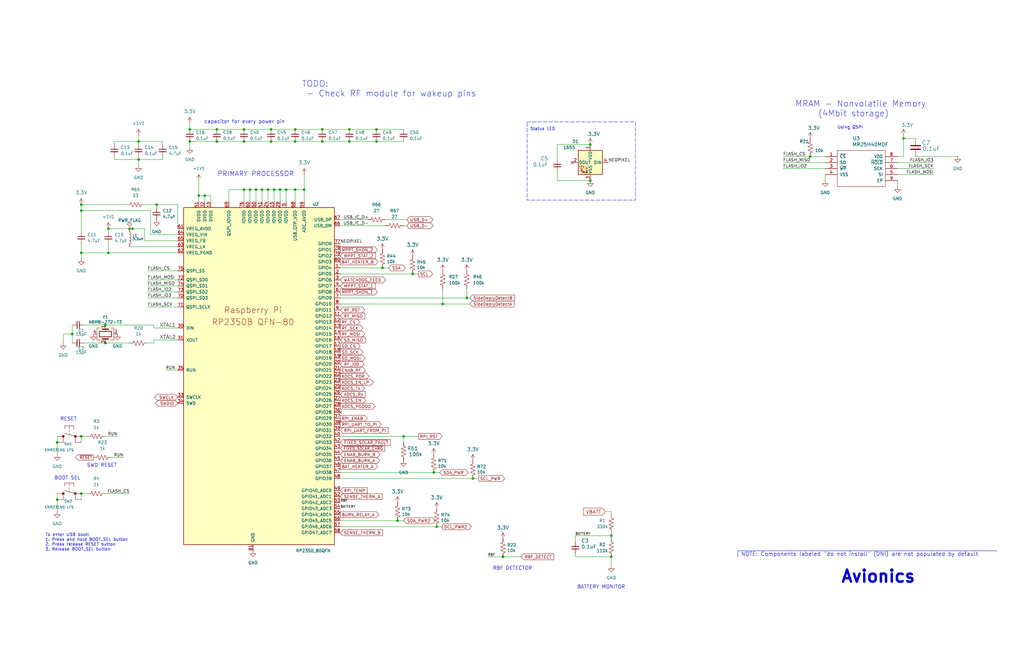
<source format=kicad_sch>
(kicad_sch (version 20231120) (generator "eeschema") (generator_version "8.0")
  (paper "USLedger")
  (title_block (title "PyCubed Mainboard") (date "2024-11-05") (rev "TBD") (company "Stanford Student Space Initiative") (comment 1 "Ethan Brinser"))
  (junction (at 34.29 208.28))
  (junction (at 124.46 59.69))
  (junction (at 186.69 128.27))
  (junction (at 45.72 96.52))
  (junction (at 34.29 88.9))
  (junction (at 114.3 54.61))
  (junction (at 58.42 67.31))
  (junction (at 199.39 201.93))
  (junction (at 248.92 76.2))
  (junction (at 24.13 186.69))
  (junction (at 34.29 106.68))
  (junction (at 80.01 54.61))
  (junction (at 147.32 59.69))
  (junction (at 120.65 80.01))
  (junction (at 128.27 80.01))
  (junction (at 173.99 115.57))
  (junction (at 381 58.42))
  (junction (at 105.41 80.01))
  (junction (at 91.44 59.69))
  (junction (at 341.63 66.04))
  (junction (at 44.45 137.16))
  (junction (at 167.64 219.71))
  (junction (at 102.87 80.01))
  (junction (at 158.75 54.61))
  (junction (at 86.36 82.55))
  (junction (at 248.92 60.96))
  (junction (at 184.15 222.25))
  (junction (at 257.81 234.95))
  (junction (at 66.04 86.36))
  (junction (at 34.29 184.15))
  (junction (at 54.61 96.52))
  (junction (at 102.87 59.69))
  (junction (at 170.18 184.15))
  (junction (at 102.87 54.61))
  (junction (at 83.82 82.55))
  (junction (at 44.45 144.78))
  (junction (at 257.81 226.06))
  (junction (at 147.32 54.61))
  (junction (at 115.57 80.01))
  (junction (at 58.42 59.69))
  (junction (at 107.95 80.01))
  (junction (at 124.46 54.61))
  (junction (at 34.29 86.36))
  (junction (at 91.44 54.61))
  (junction (at 24.13 210.82))
  (junction (at 182.88 199.39))
  (junction (at 158.75 59.69))
  (junction (at 212.09 234.95))
  (junction (at 118.11 80.01))
  (junction (at 135.89 54.61))
  (junction (at 114.3 59.69))
  (junction (at 110.49 80.01))
  (junction (at 45.72 106.68))
  (junction (at 196.85 125.73))
  (junction (at 113.03 80.01))
  (junction (at 80.01 59.69))
  (junction (at 30.48 140.97))
  (junction (at 135.89 59.69))
  (junction (at 161.29 113.03))
  (junction (at 124.46 80.01))
  (no_connect (at 241.3 68.58))
  (no_connect (at 143.51 173.99))
  (wire (pts (xy 74.93 138.43) (xy 64.77 138.43)))
  (wire (pts (xy 143.51 201.93) (xy 199.39 201.93)))
  (wire (pts (xy 54.61 104.14) (xy 74.93 104.14)))
  (wire (pts (xy 83.82 82.55) (xy 83.82 85.09)))
  (wire (pts (xy 135.89 54.61) (xy 147.32 54.61)))
  (wire (pts (xy 74.93 101.6) (xy 60.96 101.6)))
  (wire (pts (xy 24.13 210.82) (xy 24.13 215.9)))
  (wire (pts (xy 91.44 54.61) (xy 102.87 54.61)))
  (wire (pts (xy 48.26 67.31) (xy 58.42 67.31)))
  (wire (pts (xy 378.46 71.12) (xy 393.7 71.12)))
  (polyline (pts (xy 311.15 234.95) (xy 311.15 232.41)))
  (wire (pts (xy 34.29 210.82) (xy 34.29 208.28)))
  (wire (pts (xy 34.29 88.9) (xy 34.29 97.79)))
  (wire (pts (xy 257.81 234.95) (xy 257.81 238.76)))
  (wire (pts (xy 386.08 66.04) (xy 403.86 66.04)))
  (wire (pts (xy 62.23 123.19) (xy 74.93 123.19)))
  (wire (pts (xy 58.42 67.31) (xy 68.58 67.31)))
  (wire (pts (xy 45.72 102.87) (xy 45.72 106.68)))
  (wire (pts (xy 257.81 226.06) (xy 242.57 226.06)))
  (wire (pts (xy 381 66.04) (xy 381 58.42)))
  (wire (pts (xy 96.52 85.09) (xy 96.52 80.01)))
  (wire (pts (xy 35.56 144.78) (xy 44.45 144.78)))
  (wire (pts (xy 64.77 143.51) (xy 64.77 144.78)))
  (wire (pts (xy 143.51 113.03) (xy 161.29 113.03)))
  (wire (pts (xy 378.46 66.04) (xy 381 66.04)))
  (wire (pts (xy 80.01 54.61) (xy 91.44 54.61)))
  (wire (pts (xy 234.95 76.2) (xy 248.92 76.2)))
  (wire (pts (xy 154.94 92.71) (xy 143.51 92.71)))
  (wire (pts (xy 118.11 80.01) (xy 120.65 80.01)))
  (wire (pts (xy 80.01 52.07) (xy 80.01 54.61)))
  (wire (pts (xy 74.93 99.06) (xy 63.5 99.06)))
  (wire (pts (xy 205.74 234.95) (xy 212.09 234.95)))
  (wire (pts (xy 58.42 57.15) (xy 58.42 59.69)))
  (wire (pts (xy 53.34 86.36) (xy 34.29 86.36)))
  (wire (pts (xy 143.51 199.39) (xy 182.88 199.39)))
  (wire (pts (xy 45.72 96.52) (xy 54.61 96.52)))
  (wire (pts (xy 30.48 137.16) (xy 30.48 140.97)))
  (wire (pts (xy 44.45 184.15) (xy 49.53 184.15)))
  (wire (pts (xy 171.45 95.25) (xy 170.18 95.25)))
  (wire (pts (xy 118.11 80.01) (xy 118.11 85.09)))
  (wire (pts (xy 88.9 82.55) (xy 86.36 82.55)))
  (wire (pts (xy 257.81 226.06) (xy 257.81 227.33)))
  (wire (pts (xy 88.9 85.09) (xy 88.9 82.55)))
  (wire (pts (xy 185.42 199.39) (xy 182.88 199.39)))
  (wire (pts (xy 60.96 101.6) (xy 60.96 96.52)))
  (wire (pts (xy 62.23 114.3) (xy 74.93 114.3)))
  (wire (pts (xy 26.67 140.97) (xy 30.48 140.97)))
  (wire (pts (xy 170.18 184.15) (xy 170.18 186.69)))
  (wire (pts (xy 120.65 80.01) (xy 124.46 80.01)))
  (wire (pts (xy 48.26 60.96) (xy 48.26 59.69)))
  (wire (pts (xy 105.41 80.01) (xy 105.41 85.09)))
  (wire (pts (xy 124.46 54.61) (xy 135.89 54.61)))
  (wire (pts (xy 128.27 80.01) (xy 128.27 85.09)))
  (wire (pts (xy 102.87 54.61) (xy 114.3 54.61)))
  (wire (pts (xy 234.95 60.96) (xy 234.95 67.31)))
  (wire (pts (xy 45.72 106.68) (xy 74.93 106.68)))
  (wire (pts (xy 163.83 113.03) (xy 161.29 113.03)))
  (wire (pts (xy 330.2 68.58) (xy 347.98 68.58)))
  (wire (pts (xy 170.18 219.71) (xy 167.64 219.71)))
  (wire (pts (xy 58.42 67.31) (xy 58.42 69.85)))
  (wire (pts (xy 212.09 234.95) (xy 219.71 234.95)))
  (wire (pts (xy 63.5 88.9) (xy 34.29 88.9)))
  (wire (pts (xy 80.01 59.69) (xy 80.01 62.23)))
  (wire (pts (xy 115.57 80.01) (xy 118.11 80.01)))
  (wire (pts (xy 58.42 59.69) (xy 58.42 60.96)))
  (wire (pts (xy 74.93 86.36) (xy 66.04 86.36)))
  (wire (pts (xy 62.23 144.78) (xy 64.77 144.78)))
  (wire (pts (xy 124.46 80.01) (xy 124.46 85.09)))
  (wire (pts (xy 62.23 125.73) (xy 74.93 125.73)))
  (wire (pts (xy 347.98 73.66) (xy 347.98 76.2)))
  (wire (pts (xy 120.65 80.01) (xy 120.65 85.09)))
  (wire (pts (xy 26.67 144.78) (xy 26.67 140.97)))
  (wire (pts (xy 186.69 128.27) (xy 198.12 128.27)))
  (wire (pts (xy 242.57 233.68) (xy 242.57 234.95)))
  (wire (pts (xy 128.27 80.01) (xy 128.27 73.66)))
  (wire (pts (xy 30.48 140.97) (xy 30.48 144.78)))
  (wire (pts (xy 257.81 224.79) (xy 257.81 226.06)))
  (wire (pts (xy 147.32 54.61) (xy 158.75 54.61)))
  (wire (pts (xy 113.03 80.01) (xy 113.03 85.09)))
  (wire (pts (xy 115.57 80.01) (xy 115.57 85.09)))
  (wire (pts (xy 176.53 115.57) (xy 173.99 115.57)))
  (wire (pts (xy 44.45 208.28) (xy 54.61 208.28)))
  (wire (pts (xy 91.44 59.69) (xy 102.87 59.69)))
  (wire (pts (xy 234.95 60.96) (xy 248.92 60.96)))
  (wire (pts (xy 242.57 228.6) (xy 242.57 226.06)))
  (wire (pts (xy 107.95 80.01) (xy 107.95 85.09)))
  (wire (pts (xy 69.85 156.21) (xy 74.93 156.21)))
  (wire (pts (xy 110.49 80.01) (xy 110.49 85.09)))
  (wire (pts (xy 135.89 59.69) (xy 147.32 59.69)))
  (wire (pts (xy 96.52 80.01) (xy 102.87 80.01)))
  (wire (pts (xy 80.01 59.69) (xy 91.44 59.69)))
  (wire (pts (xy 386.08 58.42) (xy 381 58.42)))
  (wire (pts (xy 162.56 95.25) (xy 143.51 95.25)))
  (wire (pts (xy 124.46 59.69) (xy 135.89 59.69)))
  (wire (pts (xy 330.2 71.12) (xy 347.98 71.12)))
  (wire (pts (xy 34.29 106.68) (xy 34.29 109.22)))
  (wire (pts (xy 114.3 54.61) (xy 124.46 54.61)))
  (wire (pts (xy 158.75 59.69) (xy 170.18 59.69)))
  (wire (pts (xy 58.42 59.69) (xy 68.58 59.69)))
  (wire (pts (xy 74.93 143.51) (xy 64.77 143.51)))
  (wire (pts (xy 378.46 73.66) (xy 393.7 73.66)))
  (wire (pts (xy 105.41 80.01) (xy 107.95 80.01)))
  (wire (pts (xy 102.87 85.09) (xy 102.87 80.01)))
  (wire (pts (xy 45.72 96.52) (xy 45.72 97.79)))
  (wire (pts (xy 86.36 85.09) (xy 86.36 82.55)))
  (wire (pts (xy 114.3 59.69) (xy 124.46 59.69)))
  (wire (pts (xy 54.61 96.52) (xy 60.96 96.52)))
  (wire (pts (xy 378.46 76.2) (xy 378.46 78.74)))
  (wire (pts (xy 113.03 80.01) (xy 115.57 80.01)))
  (wire (pts (xy 74.93 86.36) (xy 74.93 96.52)))
  (wire (pts (xy 24.13 184.15) (xy 24.13 186.69)))
  (wire (pts (xy 171.45 92.71) (xy 162.56 92.71)))
  (wire (pts (xy 186.69 222.25) (xy 184.15 222.25)))
  (wire (pts (xy 34.29 208.28) (xy 36.83 208.28)))
  (wire (pts (xy 44.45 144.78) (xy 54.61 144.78)))
  (wire (pts (xy 48.26 66.04) (xy 48.26 67.31)))
  (wire (pts (xy 330.2 66.04) (xy 341.63 66.04)))
  (polyline (pts (xy 311.15 232.41) (xy 420.37 232.41)))
  (wire (pts (xy 341.63 66.04) (xy 347.98 66.04)))
  (wire (pts (xy 234.95 72.39) (xy 234.95 76.2)))
  (wire (pts (xy 46.99 193.04) (xy 52.07 193.04)))
  (wire (pts (xy 34.29 186.69) (xy 34.29 184.15)))
  (wire (pts (xy 34.29 102.87) (xy 34.29 106.68)))
  (wire (pts (xy 378.46 68.58) (xy 393.7 68.58)))
  (wire (pts (xy 196.85 125.73) (xy 198.12 125.73)))
  (wire (pts (xy 102.87 59.69) (xy 114.3 59.69)))
  (wire (pts (xy 196.85 121.92) (xy 196.85 125.73)))
  (wire (pts (xy 83.82 82.55) (xy 86.36 82.55)))
  (wire (pts (xy 83.82 76.2) (xy 83.82 82.55)))
  (wire (pts (xy 107.95 80.01) (xy 110.49 80.01)))
  (wire (pts (xy 35.56 137.16) (xy 44.45 137.16)))
  (wire (pts (xy 102.87 80.01) (xy 105.41 80.01)))
  (wire (pts (xy 34.29 106.68) (xy 45.72 106.68)))
  (wire (pts (xy 24.13 186.69) (xy 24.13 191.77)))
  (wire (pts (xy 143.51 128.27) (xy 186.69 128.27)))
  (wire (pts (xy 48.26 59.69) (xy 58.42 59.69)))
  (wire (pts (xy 62.23 120.65) (xy 74.93 120.65)))
  (wire (pts (xy 58.42 66.04) (xy 58.42 67.31)))
  (wire (pts (xy 34.29 86.36) (xy 34.29 88.9)))
  (wire (pts (xy 158.75 54.61) (xy 170.18 54.61)))
  (wire (pts (xy 24.13 208.28) (xy 24.13 210.82)))
  (wire (pts (xy 110.49 80.01) (xy 113.03 80.01)))
  (wire (pts (xy 381 58.42) (xy 381 57.15)))
  (wire (pts (xy 63.5 99.06) (xy 63.5 88.9)))
  (wire (pts (xy 147.32 59.69) (xy 158.75 59.69)))
  (wire (pts (xy 68.58 60.96) (xy 68.58 59.69)))
  (wire (pts (xy 143.51 219.71) (xy 167.64 219.71)))
  (wire (pts (xy 143.51 125.73) (xy 196.85 125.73)))
  (wire (pts (xy 255.27 215.9) (xy 257.81 215.9)))
  (wire (pts (xy 242.57 234.95) (xy 257.81 234.95)))
  (wire (pts (xy 201.93 201.93) (xy 199.39 201.93)))
  (wire (pts (xy 124.46 80.01) (xy 128.27 80.01)))
  (wire (pts (xy 68.58 66.04) (xy 68.58 67.31)))
  (wire (pts (xy 64.77 138.43) (xy 64.77 137.16)))
  (wire (pts (xy 257.81 215.9) (xy 257.81 217.17)))
  (wire (pts (xy 143.51 115.57) (xy 173.99 115.57)))
  (wire (pts (xy 66.04 86.36) (xy 66.04 87.63)))
  (wire (pts (xy 62.23 118.11) (xy 74.93 118.11)))
  (wire (pts (xy 143.51 222.25) (xy 184.15 222.25)))
  (wire (pts (xy 170.18 184.15) (xy 176.53 184.15)))
  (wire (pts (xy 62.23 129.54) (xy 74.93 129.54)))
  (wire (pts (xy 44.45 137.16) (xy 64.77 137.16)))
  (wire (pts (xy 66.04 86.36) (xy 60.96 86.36)))
  (wire (pts (xy 186.69 121.92) (xy 186.69 128.27)))
  (wire (pts (xy 143.51 184.15) (xy 170.18 184.15)))
  (wire (pts (xy 34.29 184.15) (xy 36.83 184.15)))
  (rectangle (start 222.25 51.435) (end 267.97 84.455) (stroke (width 0) (type dash)))
  (text "BATTERY MONITOR\n" (at 243.332 248.666 0) (effects (font (size 1.4986 1.4986)) (justify left bottom)))
  (text "PRIMARY PROCESSOR" (at 91.694 74.676 0) (effects (font (size 2.0066 2.0066)) (justify left bottom)))
  (text "SWD RESET\n" (at 36.576 197.358 0) (effects (font (size 1.4986 1.4986)) (justify left bottom)))
  (text "TODO:\n - Check RF module for wakeup pins" (at 127.254 37.592 0) (effects (font (size 2.54 2.54)) (justify left)))
  (text "Avionics" (at 354.33 246.38 0) (effects (font (size 5.08 5.08) (thickness 1.016) (bold yes)) (justify left bottom)))
  (text "MRAM - Nonvolatile Memory\n     (4Mbit storage)" (at 335.28 49.53 0) (effects (font (size 2.54 2.54)) (justify left bottom)))
  (text "BOOT SEL" (at 22.86 202.692 0) (effects (font (size 1.4986 1.4986)) (justify left bottom)))
  (text "Using QSPI" (at 353.06 54.61 0) (effects (font (size 1.27 1.27)) (justify left bottom)))
  (text "NOTE: Components labeled \"do not install\" (DNI) are not populated by default" (at 312.42 234.95 0) (effects (font (size 1.651 1.651)) (justify left bottom)))
  (text "RESET" (at 25.4 177.8 0) (effects (font (size 1.4986 1.4986)) (justify left bottom)))
  (text "RBF DETECTOR\n" (at 207.772 240.792 0) (effects (font (size 1.4986 1.4986)) (justify left bottom)))
  (text "To enter USB boot:\n1. Press and hold BOOT_SEL button\n2. Press release RESET button\n3. Release BOOT_SEL button" (at 19.05 228.854 0) (effects (font (size 1.27 1.27)) (justify left)))
  (text "capacitor for every power pin\n" (at 86.106 52.324 0) (effects (font (size 1.4986 1.4986)) (justify left bottom)))
  (text "Status LED" (at 223.52 55.245 0) (effects (font (size 1.27 1.27)) (justify left bottom)))
  (label "NEOPIXEL" (at 256.54 68.58 0))
  (label "USB_IC_D+" (at 144.78 92.71 0))
  (label "FLASH_CS" (at 54.61 208.28 180))
  (label "RUN" (at 52.07 193.04 180))
  (label "FLASH_SCK" (at 62.23 129.54 0))
  (label "RUN" (at 69.85 156.21 0))
  (label "RUN" (at 49.53 184.15 180))
  (label "RBF" (at 205.74 234.95 0) (effects (font (size 1.016 1.016))))
  (label "XTAL2" (at 67.31 143.51 0) (effects (font (size 1.524 1.524))))
  (label "FLASH_IO2" (at 62.23 123.19 0))
  (label "XTAL1" (at 67.31 138.43 0) (effects (font (size 1.524 1.524))))
  (label "FLASH_CS" (at 330.2 66.04 0))
  (label "FLASH_MOSI" (at 393.7 73.66 180))
  (label "FLASH_CS" (at 62.23 114.3 0))
  (label "NEOPIXEL" (at 143.51 102.87 0))
  (label "RBF" (at 143.51 212.09 0) (effects (font (size 1.016 1.016))))
  (label "FLASH_IO3" (at 393.7 68.58 180))
  (label "BATTERY" (at 143.51 214.63 0) (effects (font (size 1.016 1.016))))
  (label "FLASH_IO3" (at 62.23 125.73 0))
  (label "FLASH_IO2" (at 330.2 71.12 0))
  (label "USB_IC_D-" (at 144.78 95.25 0))
  (label "FLASH_MOSI" (at 62.23 118.11 0))
  (label "FLASH_MISO" (at 330.2 68.58 0))
  (label "FLASH_SCK" (at 393.7 71.12 180))
  (label "FLASH_MISO" (at 62.23 120.65 0))
  (label "BATTERY" (at 242.57 226.06 0) (effects (font (size 1.016 1.016))))
  (global_label "VBATT" (shape input) (at 255.27 215.9 180) (effects (font (size 1.4986 1.4986))) (property "Intersheetrefs" "${INTERSHEET_REFS}" (effects (hide yes))))
  (global_label "MPPT_STAT_2" (shape input) (at 143.51 107.95 0) (property "Intersheetrefs" "${INTERSHEET_REFS}" (effects (hide yes))))
  (global_label "SCL" (shape output) (at 176.53 115.57 0) (property "Intersheetrefs" "${INTERSHEET_REFS}" (effects (hide yes))))
  (global_label "RBF_DETECT" (shape input) (at 219.71 234.95 0) (property "Intersheetrefs" "${INTERSHEET_REFS}" (effects (hide yes))))
  (global_label "SD_MOSI" (shape output) (at 143.51 151.13 0) (property "Intersheetrefs" "${INTERSHEET_REFS}" (effects (hide yes))))
  (global_label "ADCS_POR" (shape output) (at 143.51 158.75 0) (property "Intersheetrefs" "${INTERSHEET_REFS}" (effects (hide yes))))
  (global_label "SWCLK" (shape bidirectional) (at 74.93 167.64 180) (property "Intersheetrefs" "${INTERSHEET_REFS}" (effects (hide yes))))
  (global_label "SCL_PWR" (shape output) (at 201.93 201.93 0) (property "Intersheetrefs" "${INTERSHEET_REFS}" (effects (hide yes))))
  (global_label "ENAB_BURN_B" (shape bidirectional) (at 143.51 191.77 0) (property "Intersheetrefs" "${INTERSHEET_REFS}" (effects (hide yes))))
  (global_label "BAT_HEATER_A" (shape output) (at 143.51 196.85 0) (property "Intersheetrefs" "${INTERSHEET_REFS}" (effects (hide yes))))
  (global_label "WATCHDOG_FEED" (shape bidirectional) (at 143.51 118.11 0) (property "Intersheetrefs" "${INTERSHEET_REFS}" (effects (hide yes))))
  (global_label "RPI_TEMP" (shape input) (at 143.51 207.01 0) (property "Intersheetrefs" "${INTERSHEET_REFS}" (effects (hide yes))))
  (global_label "~{FIXED_SOLAR_CHRG}" (shape input) (at 143.51 189.23 0) (effects (font (size 1.143 1.143))) (property "Intersheetrefs" "${INTERSHEET_REFS}" (effects (hide yes))))
  (global_label "~{MPPT_SHDN_1}" (shape output) (at 143.51 123.19 0) (property "Intersheetrefs" "${INTERSHEET_REFS}" (effects (hide yes))))
  (global_label "BAT_HEATER_B" (shape output) (at 143.51 110.49 0) (property "Intersheetrefs" "${INTERSHEET_REFS}" (effects (hide yes))))
  (global_label "ADCS_PGOOD" (shape output) (at 143.51 171.45 0) (property "Intersheetrefs" "${INTERSHEET_REFS}" (effects (hide yes))))
  (global_label "USB_D+" (shape bidirectional) (at 171.45 92.71 0) (property "Intersheetrefs" "${INTERSHEET_REFS}" (effects (hide yes))))
  (global_label "RPI_UART_TO_PI" (shape output) (at 143.51 179.07 0) (property "Intersheetrefs" "${INTERSHEET_REFS}" (effects (hide yes))))
  (global_label "RF_MOSI" (shape output) (at 143.51 140.97 0) (property "Intersheetrefs" "${INTERSHEET_REFS}" (effects (hide yes))))
  (global_label "RF_MISO" (shape input) (at 143.51 133.35 0) (property "Intersheetrefs" "${INTERSHEET_REFS}" (effects (hide yes))))
  (global_label "RPI_ENAB" (shape output) (at 143.51 176.53 0) (property "Intersheetrefs" "${INTERSHEET_REFS}" (effects (hide yes))))
  (global_label "SENSE_THERM_B" (shape input) (at 143.51 224.79 0) (property "Intersheetrefs" "${INTERSHEET_REFS}" (effects (hide yes))))
  (global_label "MPPT_STAT_1" (shape input) (at 143.51 120.65 0) (property "Intersheetrefs" "${INTERSHEET_REFS}" (effects (hide yes))))
  (global_label "SDA_PWR" (shape bidirectional) (at 185.42 199.39 0) (property "Intersheetrefs" "${INTERSHEET_REFS}" (effects (hide yes))))
  (global_label "USB_D-" (shape bidirectional) (at 171.45 95.25 0) (property "Intersheetrefs" "${INTERSHEET_REFS}" (effects (hide yes))))
  (global_label "ADCS_EN" (shape output) (at 143.51 168.91 0) (property "Intersheetrefs" "${INTERSHEET_REFS}" (effects (hide yes))))
  (global_label "ADCS_Rx" (shape input) (at 143.51 166.37 0) (property "Intersheetrefs" "${INTERSHEET_REFS}" (effects (hide yes))))
  (global_label "SDA" (shape bidirectional) (at 163.83 113.03 0) (property "Intersheetrefs" "${INTERSHEET_REFS}" (effects (hide yes))))
  (global_label "SD_CS" (shape output) (at 143.51 146.05 0) (property "Intersheetrefs" "${INTERSHEET_REFS}" (effects (hide yes))))
  (global_label "RF_RST" (shape bidirectional) (at 143.51 130.81 0) (property "Intersheetrefs" "${INTERSHEET_REFS}" (effects (hide yes))))
  (global_label "RPI_RST" (shape output) (at 176.53 184.15 0) (property "Intersheetrefs" "${INTERSHEET_REFS}" (effects (hide yes))))
  (global_label "~{RESET}" (shape output) (at 39.37 193.04 180) (effects (font (size 1.1684 1.1684))) (property "Intersheetrefs" "${INTERSHEET_REFS}" (effects (hide yes))))
  (global_label "~{MPPT_SHDN_2}" (shape output) (at 143.51 105.41 0) (property "Intersheetrefs" "${INTERSHEET_REFS}" (effects (hide yes))))
  (global_label "SD_SCK" (shape output) (at 143.51 148.59 0) (property "Intersheetrefs" "${INTERSHEET_REFS}" (effects (hide yes))))
  (global_label "RPI_UART_FROM_PI" (shape input) (at 143.51 181.61 0) (property "Intersheetrefs" "${INTERSHEET_REFS}" (effects (hide yes))))
  (global_label "RF_SCK" (shape output) (at 143.51 138.43 0) (property "Intersheetrefs" "${INTERSHEET_REFS}" (effects (hide yes))))
  (global_label "RF_IO0" (shape bidirectional) (at 143.51 153.67 0) (property "Intersheetrefs" "${INTERSHEET_REFS}" (effects (hide yes))))
  (global_label "ADCS_EN_LP" (shape output) (at 143.51 161.29 0) (property "Intersheetrefs" "${INTERSHEET_REFS}" (effects (hide yes))))
  (global_label "SD_MISO" (shape input) (at 143.51 143.51 0) (property "Intersheetrefs" "${INTERSHEET_REFS}" (effects (hide yes))))
  (global_label "BURN_RELAY_A" (shape output) (at 143.51 217.17 0) (property "Intersheetrefs" "${INTERSHEET_REFS}" (effects (hide yes))))
  (global_label "SideDeplyDetectB" (shape input) (at 198.12 125.73 0) (property "Intersheetrefs" "${INTERSHEET_REFS}" (effects (hide yes))))
  (global_label "SideDeplyDetectA" (shape input) (at 198.12 128.27 0) (property "Intersheetrefs" "${INTERSHEET_REFS}" (effects (hide yes))))
  (global_label "SDA_PWR2" (shape bidirectional) (at 170.18 219.71 0) (property "Intersheetrefs" "${INTERSHEET_REFS}" (effects (hide yes))))
  (global_label "SWDIO" (shape bidirectional) (at 74.93 170.18 180) (property "Intersheetrefs" "${INTERSHEET_REFS}" (effects (hide yes))))
  (global_label "RF_CS" (shape output) (at 143.51 135.89 0) (property "Intersheetrefs" "${INTERSHEET_REFS}" (effects (hide yes))))
  (global_label "SCL_PWR2" (shape output) (at 186.69 222.25 0) (property "Intersheetrefs" "${INTERSHEET_REFS}" (effects (hide yes))))
  (global_label "ADCS_Tx" (shape output) (at 143.51 163.83 0) (property "Intersheetrefs" "${INTERSHEET_REFS}" (effects (hide yes))))
  (global_label "ENAB_BURN_A" (shape bidirectional) (at 143.51 194.31 0) (property "Intersheetrefs" "${INTERSHEET_REFS}" (effects (hide yes))))
  (global_label "ENAB_RF" (shape output) (at 143.51 156.21 0) (property "Intersheetrefs" "${INTERSHEET_REFS}" (effects (hide yes))))
  (global_label "~{FIXED_SOLAR_FAULT}" (shape input) (at 143.51 186.69 0) (property "Intersheetrefs" "${INTERSHEET_REFS}" (effects (hide yes))))
  (global_label "SENSE_THERM_A" (shape input) (at 143.51 209.55 0) (property "Intersheetrefs" "${INTERSHEET_REFS}" (effects (hide yes))))
  (symbol (lib_id "ssi_IC:RP2350_80QFN") (at 106.68 135.89 0) (unit 1)
    (property "Reference" "U2" (at 133.096 86.106 0))
    (property "Value" "RP2350_80QFN" (at 132.08 232.41 0))
    (property "Footprint" "ssi_IC:RP2350-QFN-80-1EP_10x10_P0.4mm_EP3.4x3.4mm_ThermalVias" (effects (hide yes)))
    (property "Datasheet" "https://datasheets.raspberrypi.com/rp2350/rp2350-datasheet.pdf" (effects (hide yes)))
  )
  (symbol (lib_id "Device:C_Small") (at 34.29 100.33 0) (unit 1)
    (property "Reference" "C11" (at 36.83 99.0662 0) (effects (justify left)))
    (property "Value" "4.7uF" (at 36.83 101.6062 0) (effects (justify left)))
    (property "Footprint" "Capacitor_SMD:C_0603_1608Metric" (effects (hide yes)))
    (property "Description" "Unpolarized capacitor, small symbol" (effects (hide yes)))
  )
  (symbol (lib_id "Device:C_Small") (at 102.87 57.15 0) (unit 1)
    (property "Reference" "C40" (at 105.41 55.8862 0) (effects (justify left)))
    (property "Value" "0.1uF" (at 105.41 58.4262 0) (effects (justify left)))
    (property "Footprint" "Capacitor_SMD:C_0603_1608Metric" (effects (hide yes)))
    (property "Description" "Unpolarized capacitor, small symbol" (effects (hide yes)))
  )
  (symbol (lib_id "Device:R_US") (at 158.75 92.71 90) (unit 1)
    (property "Reference" "R66" (at 158.75 86.36 90))
    (property "Value" "27" (at 158.75 88.9 90))
    (property "Footprint" "Resistor_SMD:R_0603_1608Metric" (effects (hide yes)))
    (property "Description" "Resistor, US symbol" (effects (hide yes)))
  )
  (symbol (lib_id "power:+3.3V") (at 173.99 107.95 0) (unit 1)
    (property "Reference" "#SUPPLY013" (effects (hide yes)))
    (property "Value" "3.3V" (at 171.45 104.14 0) (effects (font (size 1.4986 1.4986)) (justify left bottom)))
    (property "Description" "Power symbol creates a global label with name \"+3.3V\"" (effects (hide yes)))
  )
  (symbol (lib_id "Device:C_Small") (at 114.3 57.15 0) (unit 1)
    (property "Reference" "C45" (at 116.84 55.8862 0) (effects (justify left)))
    (property "Value" "0.1uF" (at 116.84 58.4262 0) (effects (justify left)))
    (property "Footprint" "Capacitor_SMD:C_0603_1608Metric" (effects (hide yes)))
    (property "Description" "Unpolarized capacitor, small symbol" (effects (hide yes)))
  )
  (symbol (lib_id "power:GND") (at 378.46 78.74 0) (unit 1)
    (property "Reference" "#PWR017" (effects (hide yes)))
    (property "Value" "GND" (at 378.46 83.82 0))
  )
  (symbol (lib_id "power:+3.3V") (at 184.15 214.63 0) (unit 1)
    (property "Reference" "#SUPPLY017" (effects (hide yes)))
    (property "Value" "3.3V" (at 181.61 210.82 0) (effects (font (size 1.4986 1.4986)) (justify left bottom)))
    (property "Description" "Power symbol creates a global label with name \"+3.3V\"" (effects (hide yes)))
  )
  (symbol (lib_id "Device:R_US") (at 161.29 109.22 0) (mirror y) (unit 1)
    (property "Reference" "R44" (at 163.0172 108.0516 0) (effects (justify right)))
    (property "Value" "10k" (at 163.0172 110.363 0) (effects (justify right)))
    (property "Footprint" "Resistor_SMD:R_0603_1608Metric" (effects (hide yes)))
    (property "Description" "10K 0603" (effects (hide yes)))
  )
  (symbol (lib_id "ssi_switch:KMR231NG LFS") (at 29.21 184.15 0) (mirror y) (unit 1)
    (property "Reference" "SW1" (at 30.48 187.96 0) (effects (font (size 1.0668 1.0668)) (justify left bottom)))
    (property "Value" "KMR231NG LFS" (at 31.115 190.5 0) (effects (font (size 1.0668 1.0668)) (justify left bottom)))
    (property "Footprint" "ssi_switch:BTN_KMR2_4.6X2.8" (effects (hide yes)))
    (property "Datasheet" "https://www.ckswitches.com/media/1479/kmr2.pdf" (effects (hide yes)))
    (property "Description" "Tactile Switch SPST-NO" (effects (hide yes)))
    (property "Flight" "KMR231NG LFS" (effects (hide yes)))
    (property "Manufacturer_Name" "C&K" (effects (hide yes)))
    (property "Manufacturer_Part_Number" "KMR231NG LFS" (effects (hide yes)))
    (property "Proto" "KMR231NG LFS" (effects (hide yes)))
  )
  (symbol (lib_id "Device:R_US") (at 170.18 190.5 180) (unit 1)
    (property "Reference" "R61" (at 173.99 189.23 0) (effects (font (size 1.4986 1.4986))))
    (property "Value" "100k" (at 175.26 191.77 0) (effects (font (size 1.4986 1.4986))))
    (property "Footprint" "Resistor_SMD:R_0603_1608Metric" (effects (hide yes)))
    (property "Description" "73.2K 0603" (effects (hide yes)))
  )
  (symbol (lib_id "Device:C") (at 386.08 62.23 0) (unit 1)
    (property "Reference" "C7" (at 388.62 61.214 0) (effects (font (size 1.778 1.778)) (justify left bottom)))
    (property "Value" "0.1uF" (at 388.874 63.754 0) (effects (font (size 1.778 1.778)) (justify left bottom)))
    (property "Footprint" "Capacitor_SMD:C_0603_1608Metric" (effects (hide yes)))
    (property "Description" "Unpolarized capacitor" (effects (hide yes)))
  )
  (symbol (lib_id "power:+3.3V") (at 80.01 52.07 0) (unit 1)
    (property "Reference" "#P+04" (effects (hide yes)))
    (property "Value" "3.3V" (at 80.01 46.99 0) (effects (font (size 1.4986 1.4986))))
    (property "Description" "Power symbol creates a global label with name \"+3.3V\"" (effects (hide yes)))
  )
  (symbol (lib_id "Device:C_Small") (at 242.57 231.14 0) (mirror y) (unit 1)
    (property "Reference" "C3" (at 245.11 227.33 0) (effects (font (size 1.4986 1.4986)) (justify right top)))
    (property "Value" "0.1uF" (at 245.11 229.87 0) (effects (font (size 1.4986 1.4986)) (justify right top)))
    (property "Footprint" "Capacitor_SMD:C_0603_1608Metric" (effects (hide yes)))
    (property "Description" "Unpolarized capacitor, small symbol" (effects (hide yes)))
  )
  (symbol (lib_id "Device:R_US") (at 40.64 184.15 90) (unit 1)
    (property "Reference" "R3" (at 40.64 177.8 90))
    (property "Value" "1k" (at 40.64 180.34 90))
    (property "Footprint" "Resistor_SMD:R_0603_1608Metric" (effects (hide yes)))
    (property "Description" "Resistor, US symbol" (effects (hide yes)))
  )
  (symbol (lib_id "power:+1V1") (at 45.72 96.52 0) (unit 1)
    (property "Reference" "#PWR067" (effects (hide yes)))
    (property "Value" "+1V1" (at 45.72 91.44 0))
    (property "Description" "Power symbol creates a global label with name \"+1V1\"" (effects (hide yes)))
  )
  (symbol (lib_id "Device:C_Small") (at 80.01 57.15 0) (unit 1)
    (property "Reference" "C16" (at 82.55 55.8862 0) (effects (justify left)))
    (property "Value" "0.1uF" (at 82.55 58.4262 0) (effects (justify left)))
    (property "Footprint" "Capacitor_SMD:C_0603_1608Metric" (effects (hide yes)))
    (property "Description" "Unpolarized capacitor, small symbol" (effects (hide yes)))
  )
  (symbol (lib_id "Device:R_US") (at 257.81 231.14 180) (unit 1)
    (property "Reference" "R2" (at 254 229.87 0))
    (property "Value" "110k" (at 254 232.41 0))
    (property "Footprint" "Resistor_SMD:R_0603_1608Metric" (effects (hide yes)))
    (property "Description" "110K 0603" (effects (hide yes)))
  )
  (symbol (lib_id "Device:Crystal_GND24") (at 44.45 140.97 270) (unit 1)
    (property "Reference" "Y1" (at 43.18 133.858 90) (effects (justify left)))
    (property "Value" "ABM8-272-T3" (at 37.338 135.89 90) (effects (justify left)))
    (property "Footprint" "Crystal:Crystal_SMD_3225-4Pin_3.2x2.5mm" (effects (hide yes)))
    (property "Datasheet" "https://abracon.com/datasheets/ABM8-272-T3.pdf" (effects (hide yes)))
  )
  (symbol (lib_id "power:+3.3V") (at 167.64 212.09 0) (unit 1)
    (property "Reference" "#SUPPLY016" (effects (hide yes)))
    (property "Value" "3.3V" (at 165.1 208.28 0) (effects (font (size 1.4986 1.4986)) (justify left bottom)))
    (property "Description" "Power symbol creates a global label with name \"+3.3V\"" (effects (hide yes)))
  )
  (symbol (lib_id "Device:C_Small") (at 58.42 63.5 0) (unit 1)
    (property "Reference" "C14" (at 60.96 62.2362 0) (effects (justify left)))
    (property "Value" "0.1uF" (at 60.96 64.7762 0) (effects (justify left)))
    (property "Footprint" "Capacitor_SMD:C_0603_1608Metric" (effects (hide yes)))
    (property "Description" "Unpolarized capacitor, small symbol" (effects (hide yes)))
  )
  (symbol (lib_id "Device:R_US") (at 167.64 215.9 0) (mirror y) (unit 1)
    (property "Reference" "R73" (at 169.3672 214.7316 0) (effects (justify right)))
    (property "Value" "10k" (at 169.3672 217.043 0) (effects (justify right)))
    (property "Footprint" "Resistor_SMD:R_0603_1608Metric" (effects (hide yes)))
    (property "Description" "10K 0603" (effects (hide yes)))
  )
  (symbol (lib_id "Device:R_US") (at 184.15 218.44 0) (mirror y) (unit 1)
    (property "Reference" "R74" (at 185.8772 217.2716 0) (effects (justify right)))
    (property "Value" "10k" (at 185.8772 219.583 0) (effects (justify right)))
    (property "Footprint" "Resistor_SMD:R_0603_1608Metric" (effects (hide yes)))
    (property "Description" "10K 0603" (effects (hide yes)))
  )
  (symbol (lib_id "power:+3.3V") (at 128.27 73.66 0) (unit 1)
    (property "Reference" "#P+07" (effects (hide yes)))
    (property "Value" "3.3V" (at 128.27 68.58 0) (effects (font (size 1.4986 1.4986))))
    (property "Description" "Power symbol creates a global label with name \"+3.3V\"" (effects (hide yes)))
  )
  (symbol (lib_id "power:GND") (at 66.04 92.71 0) (unit 1)
    (property "Reference" "#PWR056" (effects (hide yes)))
    (property "Value" "GND" (at 66.04 97.79 0))
    (property "Description" "Power symbol creates a global label with name \"GND\" , ground" (effects (hide yes)))
  )
  (symbol (lib_id "power:GND") (at 49.53 140.97 0) (unit 1)
    (property "Reference" "#PWR063" (effects (hide yes)))
    (property "Value" "GND" (at 49.53 146.05 0))
    (property "Description" "Power symbol creates a global label with name \"GND\" , ground" (effects (hide yes)))
  )
  (symbol (lib_id "Device:C_Small") (at 68.58 63.5 0) (unit 1)
    (property "Reference" "C15" (at 71.12 62.2362 0) (effects (justify left)))
    (property "Value" "4.7uF" (at 71.12 64.7762 0) (effects (justify left)))
    (property "Footprint" "Capacitor_SMD:C_0603_1608Metric" (effects (hide yes)))
    (property "Description" "Unpolarized capacitor, small symbol" (effects (hide yes)))
  )
  (symbol (lib_id "Device:C_Small") (at 135.89 57.15 0) (unit 1)
    (property "Reference" "C47" (at 138.43 55.8862 0) (effects (justify left)))
    (property "Value" "0.1uF" (at 138.43 58.4262 0) (effects (justify left)))
    (property "Footprint" "Capacitor_SMD:C_0603_1608Metric" (effects (hide yes)))
    (property "Description" "Unpolarized capacitor, small symbol" (effects (hide yes)))
  )
  (symbol (lib_id "Device:R_US") (at 166.37 95.25 90) (unit 1)
    (property "Reference" "R67" (at 166.37 88.9 90))
    (property "Value" "27" (at 166.37 91.44 90))
    (property "Footprint" "Resistor_SMD:R_0603_1608Metric" (effects (hide yes)))
    (property "Description" "Resistor, US symbol" (effects (hide yes)))
  )
  (symbol (lib_id "Device:R_US") (at 186.69 118.11 0) (unit 1)
    (property "Reference" "R27" (at 189.23 116.84 0) (effects (justify left)))
    (property "Value" "100k" (at 189.23 119.38 0) (effects (justify left)))
    (property "Footprint" "Resistor_SMD:R_0603_1608Metric" (effects (hide yes)))
  )
  (symbol (lib_id "power:GND") (at 34.29 109.22 0) (unit 1)
    (property "Reference" "#PWR068" (effects (hide yes)))
    (property "Value" "GND" (at 34.29 114.3 0))
    (property "Description" "Power symbol creates a global label with name \"GND\" , ground" (effects (hide yes)))
  )
  (symbol (lib_id "power:+3.3V") (at 186.69 114.3 0) (unit 1)
    (property "Reference" "#SUPPLY010" (effects (hide yes)))
    (property "Value" "3.3V" (at 184.15 110.49 0) (effects (font (size 1.4986 1.4986)) (justify left bottom)))
    (property "Description" "Power symbol creates a global label with name \"+3.3V\"" (effects (hide yes)))
  )
  (symbol (lib_id "power:GND") (at 170.18 194.31 0) (unit 1)
    (property "Reference" "#PWR08" (effects (hide yes)))
    (property "Value" "GND" (at 170.18 199.39 0))
  )
  (symbol (lib_id "power:GND") (at 24.13 191.77 0) (unit 1)
    (property "Reference" "#PWR05" (effects (hide yes)))
    (property "Value" "GND" (at 24.13 196.85 0))
  )
  (symbol (lib_id "Device:R_US") (at 43.18 193.04 90) (unit 1)
    (property "Reference" "R23" (at 43.18 186.69 90))
    (property "Value" "1k" (at 43.18 189.23 90))
    (property "Footprint" "Resistor_SMD:R_0603_1608Metric" (effects (hide yes)))
    (property "Description" "Resistor, US symbol" (effects (hide yes)))
  )
  (symbol (lib_id "power:+3.3V") (at 34.29 86.36 0) (unit 1)
    (property "Reference" "#P+05" (effects (hide yes)))
    (property "Value" "3.3V" (at 34.29 81.28 0) (effects (font (size 1.4986 1.4986))))
    (property "Description" "Power symbol creates a global label with name \"+3.3V\"" (effects (hide yes)))
  )
  (symbol (lib_id "power:GND") (at 58.42 69.85 0) (unit 1)
    (property "Reference" "#PWR071" (effects (hide yes)))
    (property "Value" "GND" (at 58.42 74.93 0))
  )
  (symbol (lib_id "Device:R_US") (at 40.64 208.28 90) (unit 1)
    (property "Reference" "R4" (at 40.64 201.93 90))
    (property "Value" "1k" (at 40.64 204.47 90))
    (property "Footprint" "Resistor_SMD:R_0603_1608Metric" (effects (hide yes)))
    (property "Description" "Resistor, US symbol" (effects (hide yes)))
  )
  (symbol (lib_id "Device:C_Small") (at 66.04 90.17 0) (unit 1)
    (property "Reference" "C12" (at 68.58 88.9062 0) (effects (justify left)))
    (property "Value" "4.7uF" (at 68.58 91.4462 0) (effects (justify left)))
    (property "Footprint" "Capacitor_SMD:C_0603_1608Metric" (effects (hide yes)))
    (property "Description" "Unpolarized capacitor, small symbol" (effects (hide yes)))
  )
  (symbol (lib_id "Device:C_Small") (at 124.46 57.15 0) (unit 1)
    (property "Reference" "C46" (at 127 55.8862 0) (effects (justify left)))
    (property "Value" "0.1uF" (at 127 58.4262 0) (effects (justify left)))
    (property "Footprint" "Capacitor_SMD:C_0603_1608Metric" (effects (hide yes)))
    (property "Description" "Unpolarized capacitor, small symbol" (effects (hide yes)))
  )
  (symbol (lib_id "power:GND") (at 106.68 232.41 0) (unit 1)
    (property "Reference" "#PWR09" (effects (hide yes)))
    (property "Value" "GND" (at 106.68 237.49 0))
  )
  (symbol (lib_id "ssi_passives:L") (at 54.61 100.33 0) (mirror x) (unit 1)
    (property "Reference" "L1" (at 56.896 99.314 0) (effects (font (size 1.0668 1.0668))))
    (property "Value" "3.3uH" (at 58.166 100.838 0) (effects (font (size 1.0668 1.0668))))
    (property "Footprint" "Inductor_SMD:L_0805_2012Metric_Pad1.15x1.40mm_HandSolder" (effects (hide yes)))
    (property "Datasheet" "https://abracon.com/datasheets/AOTA-B201610S3R3-101-T.pdf" (effects (hide yes)))
    (property "Description" "custom made inductor by raspberry pi" (effects (hide yes)))
  )
  (symbol (lib_id "power:+3.3V") (at 199.39 194.31 0) (unit 1)
    (property "Reference" "#SUPPLY015" (effects (hide yes)))
    (property "Value" "3.3V" (at 196.85 190.5 0) (effects (font (size 1.4986 1.4986)) (justify left bottom)))
    (property "Description" "Power symbol creates a global label with name \"+3.3V\"" (effects (hide yes)))
  )
  (symbol (lib_id "power:GND") (at 403.86 66.04 0) (unit 1)
    (property "Reference" "#PWR018" (effects (hide yes)))
    (property "Value" "GND" (at 403.86 71.12 0))
  )
  (symbol (lib_id "Device:C_Small") (at 33.02 144.78 270) (mirror x) (unit 1)
    (property "Reference" "C2" (at 34.2646 147.066 90))
    (property "Value" "15pF" (at 34.29 148.59 90))
    (property "Footprint" "Capacitor_SMD:C_0603_1608Metric" (effects (hide yes)))
    (property "Description" "Unpolarized capacitor, small symbol" (effects (hide yes)))
  )
  (symbol (lib_id "Device:R_US") (at 341.63 62.23 0) (mirror x) (unit 1)
    (property "Reference" "R21" (at 339.09 59.69 0))
    (property "Value" "10k" (at 345.44 63.5 0))
    (property "Footprint" "Resistor_SMD:R_0603_1608Metric" (effects (hide yes)))
    (property "Description" "10k 0603" (effects (hide yes)))
  )
  (symbol (lib_id "power:GND") (at 26.67 144.78 0) (unit 1)
    (property "Reference" "#PWR062" (effects (hide yes)))
    (property "Value" "GND" (at 26.67 149.86 0))
    (property "Description" "Power symbol creates a global label with name \"GND\" , ground" (effects (hide yes)))
  )
  (symbol (lib_id "power:+1V1") (at 83.82 76.2 0) (unit 1)
    (property "Reference" "#PWR066" (effects (hide yes)))
    (property "Value" "+1V1" (at 83.82 71.12 0))
    (property "Description" "Power symbol creates a global label with name \"+1V1\"" (effects (hide yes)))
  )
  (symbol (lib_id "ssi_IC:MR25H40MDF") (at 347.98 66.04 0) (unit 1)
    (property "Reference" "U3" (at 359.41 58.42 0) (effects (font (size 1.4986 1.4986)) (justify left)))
    (property "Value" "MR25H40MDF" (at 359.41 60.96 0) (effects (font (size 1.4986 1.4986)) (justify left)))
    (property "Footprint" "ssi_IC:SON127P600X500X90-9N" (effects (hide yes)))
    (property "Datasheet" "https://www.winbond.com/resource-files/w25q80dv%20dl_revh_10022015.pdf" (effects (hide yes)))
    (property "Description" "Non-Volatile Memory" (effects (hide yes)))
    (property "Flight" "MR25H40MDF" (effects (hide yes)))
    (property "Manufacturer_Name" "Everspin Technologies Inc." (effects (hide yes)))
    (property "Manufacturer_Part_Number" "W25Q80DVSNIG" (effects (hide yes)))
    (property "Proto" "W25Q80DVSNIG" (effects (hide yes)))
  )
  (symbol (lib_id "power:+3.3V") (at 161.29 105.41 0) (unit 1)
    (property "Reference" "#SUPPLY05" (effects (hide yes)))
    (property "Value" "3.3V" (at 158.75 101.6 0) (effects (font (size 1.4986 1.4986)) (justify left bottom)))
    (property "Description" "Power symbol creates a global label with name \"+3.3V\"" (effects (hide yes)))
  )
  (symbol (lib_id "Device:C_Small") (at 91.44 57.15 0) (unit 1)
    (property "Reference" "C28" (at 93.98 55.8862 0) (effects (justify left)))
    (property "Value" "0.1uF" (at 93.98 58.4262 0) (effects (justify left)))
    (property "Footprint" "Capacitor_SMD:C_0603_1608Metric" (effects (hide yes)))
    (property "Description" "Unpolarized capacitor, small symbol" (effects (hide yes)))
  )
  (symbol (lib_id "Device:C_Small") (at 45.72 100.33 0) (unit 1)
    (property "Reference" "C10" (at 48.26 99.0662 0) (effects (justify left)))
    (property "Value" "4.7uF" (at 48.26 101.6062 0) (effects (justify left)))
    (property "Footprint" "Capacitor_SMD:C_0603_1608Metric" (effects (hide yes)))
    (property "Description" "Unpolarized capacitor, small symbol" (effects (hide yes)))
  )
  (symbol (lib_id "Device:C_Small") (at 158.75 57.15 0) (unit 1)
    (property "Reference" "C49" (at 161.29 55.8862 0) (effects (justify left)))
    (property "Value" "0.1uF" (at 161.29 58.4262 0) (effects (justify left)))
    (property "Footprint" "Capacitor_SMD:C_0603_1608Metric" (effects (hide yes)))
    (property "Description" "Unpolarized capacitor, small symbol" (effects (hide yes)))
  )
  (symbol (lib_id "Device:R_US") (at 212.09 231.14 0) (mirror y) (unit 1)
    (property "Reference" "R22" (at 213.8172 229.9716 0) (effects (justify right)))
    (property "Value" "10k" (at 213.8172 232.283 0) (effects (justify right)))
    (property "Footprint" "Resistor_SMD:R_0603_1608Metric" (effects (hide yes)))
    (property "Description" "10K 0603" (effects (hide yes)))
  )
  (symbol (lib_id "Device:R_US") (at 199.39 198.12 0) (mirror y) (unit 1)
    (property "Reference" "R72" (at 201.1172 196.9516 0) (effects (justify right)))
    (property "Value" "10k" (at 201.1172 199.263 0) (effects (justify right)))
    (property "Footprint" "Resistor_SMD:R_0603_1608Metric" (effects (hide yes)))
    (property "Description" "10K 0603" (effects (hide yes)))
  )
  (symbol (lib_id "ssi_switch:KMR231NG LFS") (at 29.21 208.28 0) (mirror y) (unit 1)
    (property "Reference" "SW2" (at 30.48 212.09 0) (effects (font (size 1.0668 1.0668)) (justify left bottom)))
    (property "Value" "KMR231NG LFS" (at 31.115 214.63 0) (effects (font (size 1.0668 1.0668)) (justify left bottom)))
    (property "Footprint" "ssi_switch:BTN_KMR2_4.6X2.8" (effects (hide yes)))
    (property "Datasheet" "https://www.ckswitches.com/media/1479/kmr2.pdf" (effects (hide yes)))
    (property "Description" "Tactile Switch SPST-NO" (effects (hide yes)))
    (property "Flight" "KMR231NG LFS" (effects (hide yes)))
    (property "Manufacturer_Name" "C&K" (effects (hide yes)))
    (property "Manufacturer_Part_Number" "KMR231NG LFS" (effects (hide yes)))
    (property "Proto" "KMR231NG LFS" (effects (hide yes)))
  )
  (symbol (lib_id "power:PWR_FLAG") (at 54.61 96.52 0) (unit 1)
    (property "Reference" "#FLG03" (effects (hide yes)))
    (property "Value" "PWR_FLAG" (at 54.61 93.0181 0))
  )
  (symbol (lib_id "Device:C_Small") (at 147.32 57.15 0) (unit 1)
    (property "Reference" "C48" (at 149.86 55.8862 0) (effects (justify left)))
    (property "Value" "0.1uF" (at 149.86 58.4262 0) (effects (justify left)))
    (property "Footprint" "Capacitor_SMD:C_0603_1608Metric" (effects (hide yes)))
    (property "Description" "Unpolarized capacitor, small symbol" (effects (hide yes)))
  )
  (symbol (lib_id "Device:C_Small") (at 170.18 57.15 0) (unit 1)
    (property "Reference" "C50" (at 172.72 55.8862 0) (effects (justify left)))
    (property "Value" "0.1uF" (at 172.72 58.4262 0) (effects (justify left)))
    (property "Footprint" "Capacitor_SMD:C_0603_1608Metric" (effects (hide yes)))
    (property "Description" "Unpolarized capacitor, small symbol" (effects (hide yes)))
  )
  (symbol (lib_id "power:GND") (at 248.92 76.2 0) (unit 1)
    (property "Reference" "#PWR011" (effects (hide yes)))
    (property "Value" "GND" (at 248.92 81.28 0))
  )
  (symbol (lib_id "LED:WS2812B") (at 248.92 68.58 0) (mirror y) (unit 1)
    (property "Reference" "D1" (at 241.3 59.69 0) (effects (justify right)))
    (property "Value" "1655" (at 237.49 62.23 0) (effects (justify right)))
    (property "Footprint" "LED_SMD:LED_WS2812B_PLCC4_5.0x5.0mm_P3.2mm" (effects (hide yes)))
    (property "Datasheet" "https://cdn-shop.adafruit.com/datasheets/WS2812B.pdf" (effects (hide yes)))
    (property "Description" "RGB LED \"Neopixel\"" (effects (hide yes)))
    (property "Flight" "SK6812" (effects (hide yes)))
    (property "Manufacturer_Name" "Worldsemi" (effects (hide yes)))
    (property "Manufacturer_Part_Number" "SK6812" (effects (hide yes)))
    (property "Proto" "SK6812" (effects (hide yes)))
  )
  (symbol (lib_id "Device:C_Small") (at 48.26 63.5 0) (unit 1)
    (property "Reference" "C13" (at 50.8 62.2362 0) (effects (justify left)))
    (property "Value" "0.1uF" (at 50.8 64.7762 0) (effects (justify left)))
    (property "Footprint" "Capacitor_SMD:C_0603_1608Metric" (effects (hide yes)))
    (property "Description" "Unpolarized capacitor, small symbol" (effects (hide yes)))
  )
  (symbol (lib_id "power:+3.3V") (at 212.09 227.33 0) (unit 1)
    (property "Reference" "#SUPPLY02" (effects (hide yes)))
    (property "Value" "3.3V" (at 209.55 223.52 0) (effects (font (size 1.4986 1.4986)) (justify left bottom)))
    (property "Description" "Power symbol creates a global label with name \"+3.3V\"" (effects (hide yes)))
  )
  (symbol (lib_id "power:GND") (at 347.98 76.2 0) (unit 1)
    (property "Reference" "#PWR016" (effects (hide yes)))
    (property "Value" "GND" (at 347.98 81.28 0))
  )
  (symbol (lib_id "power:+3.3V") (at 248.92 60.96 0) (unit 1)
    (property "Reference" "#SUPPLY014" (effects (hide yes)))
    (property "Value" "3.3V" (at 247.904 57.404 0) (effects (font (size 1.4986 1.4986)) (justify left bottom)))
    (property "Description" "Power symbol creates a global label with name \"+3.3V\"" (effects (hide yes)))
  )
  (symbol (lib_id "power:GND") (at 39.37 140.97 0) (unit 1)
    (property "Reference" "#PWR064" (effects (hide yes)))
    (property "Value" "GND" (at 39.37 146.05 0))
    (property "Description" "Power symbol creates a global label with name \"GND\" , ground" (effects (hide yes)))
  )
  (symbol (lib_id "power:GND") (at 80.01 62.23 0) (unit 1)
    (property "Reference" "#PWR073" (effects (hide yes)))
    (property "Value" "GND" (at 80.01 67.31 0))
    (property "Description" "Power symbol creates a global label with name \"GND\" , ground" (effects (hide yes)))
  )
  (symbol (lib_id "Device:R_US") (at 182.88 195.58 0) (mirror y) (unit 1)
    (property "Reference" "R71" (at 184.6072 194.4116 0) (effects (justify right)))
    (property "Value" "10k" (at 184.6072 196.723 0) (effects (justify right)))
    (property "Footprint" "Resistor_SMD:R_0603_1608Metric" (effects (hide yes)))
    (property "Description" "10K 0603" (effects (hide yes)))
  )
  (symbol (lib_id "power:GND") (at 257.81 238.76 0) (unit 1)
    (property "Reference" "#PWR07" (effects (hide yes)))
    (property "Value" "GND" (at 257.81 243.84 0))
  )
  (symbol (lib_id "power:GND") (at 24.13 215.9 0) (unit 1)
    (property "Reference" "#PWR06" (effects (hide yes)))
    (property "Value" "GND" (at 24.13 220.98 0))
  )
  (symbol (lib_id "Device:R_US") (at 58.42 144.78 90) (unit 1)
    (property "Reference" "R20" (at 58.42 138.43 90))
    (property "Value" "1k" (at 58.42 140.97 90))
    (property "Footprint" "Resistor_SMD:R_0603_1608Metric" (effects (hide yes)))
    (property "Description" "Resistor, US symbol" (effects (hide yes)))
  )
  (symbol (lib_id "power:+3.3V") (at 182.88 191.77 0) (unit 1)
    (property "Reference" "#SUPPLY04" (effects (hide yes)))
    (property "Value" "3.3V" (at 180.34 187.96 0) (effects (font (size 1.4986 1.4986)) (justify left bottom)))
    (property "Description" "Power symbol creates a global label with name \"+3.3V\"" (effects (hide yes)))
  )
  (symbol (lib_id "Device:R_US") (at 196.85 118.11 0) (unit 1)
    (property "Reference" "R46" (at 199.39 116.84 0) (effects (justify left)))
    (property "Value" "100k" (at 199.39 119.38 0) (effects (justify left)))
    (property "Footprint" "Resistor_SMD:R_0603_1608Metric" (effects (hide yes)))
  )
  (symbol (lib_id "Device:R_US") (at 257.81 220.98 0) (unit 1)
    (property "Reference" "R1" (at 254 219.71 0))
    (property "Value" "330k" (at 254 222.25 0))
    (property "Footprint" "Resistor_SMD:R_0603_1608Metric" (effects (hide yes)))
    (property "Description" "316K 0603" (effects (hide yes)))
  )
  (symbol (lib_id "power:+1V1") (at 58.42 57.15 0) (unit 1)
    (property "Reference" "#PWR070" (effects (hide yes)))
    (property "Value" "+1V1" (at 58.42 52.07 0))
    (property "Description" "Power symbol creates a global label with name \"+1V1\"" (effects (hide yes)))
  )
  (symbol (lib_id "Device:C_Small") (at 234.95 69.85 0) (unit 1)
    (property "Reference" "C5" (at 231.14 66.04 0) (effects (font (size 1.4986 1.4986)) (justify right top)))
    (property "Value" "0.1uF" (at 231.14 68.58 0) (effects (font (size 1.4986 1.4986)) (justify right top)))
    (property "Footprint" "Capacitor_SMD:C_0603_1608Metric" (effects (hide yes)))
    (property "Description" "Unpolarized capacitor, small symbol" (effects (hide yes)))
  )
  (symbol (lib_id "power:+3.3V") (at 341.63 58.42 0) (unit 1)
    (property "Reference" "#SUPPLY08" (effects (hide yes)))
    (property "Value" "3.3V" (at 340.614 54.864 0) (effects (font (size 1.4986 1.4986)) (justify left bottom)))
    (property "Description" "Power symbol creates a global label with name \"+3.3V\"" (effects (hide yes)))
  )
  (symbol (lib_id "power:+3.3V") (at 381 57.15 0) (unit 1)
    (property "Reference" "#SUPPLY018" (effects (hide yes)))
    (property "Value" "3.3V" (at 379.984 53.594 0) (effects (font (size 1.4986 1.4986)) (justify left bottom)))
    (property "Description" "Power symbol creates a global label with name \"+3.3V\"" (effects (hide yes)))
  )
  (symbol (lib_id "Device:R_US") (at 173.99 111.76 0) (mirror y) (unit 1)
    (property "Reference" "R45" (at 175.7172 110.5916 0) (effects (justify right)))
    (property "Value" "10k" (at 175.7172 112.903 0) (effects (justify right)))
    (property "Footprint" "Resistor_SMD:R_0603_1608Metric" (effects (hide yes)))
    (property "Description" "10K 0603" (effects (hide yes)))
  )
  (symbol (lib_id "power:+3.3V") (at 196.85 114.3 0) (unit 1)
    (property "Reference" "#SUPPLY011" (effects (hide yes)))
    (property "Value" "3.3V" (at 194.31 110.49 0) (effects (font (size 1.4986 1.4986)) (justify left bottom)))
    (property "Description" "Power symbol creates a global label with name \"+3.3V\"" (effects (hide yes)))
  )
  (symbol (lib_id "Device:R_US") (at 57.15 86.36 90) (unit 1)
    (property "Reference" "R65" (at 57.15 80.01 90))
    (property "Value" "33" (at 57.15 82.55 90))
    (property "Footprint" "Resistor_SMD:R_0603_1608Metric" (effects (hide yes)))
    (property "Description" "Resistor, US symbol" (effects (hide yes)))
  )
  (symbol (lib_id "Device:C_Small") (at 33.02 137.16 270) (mirror x) (unit 1)
    (property "Reference" "C1" (at 34.2646 139.446 90))
    (property "Value" "15pF" (at 34.29 140.97 90))
    (property "Footprint" "Capacitor_SMD:C_0603_1608Metric" (effects (hide yes)))
    (property "Description" "Unpolarized capacitor, small symbol" (effects (hide yes)))
  )
)
</source>
